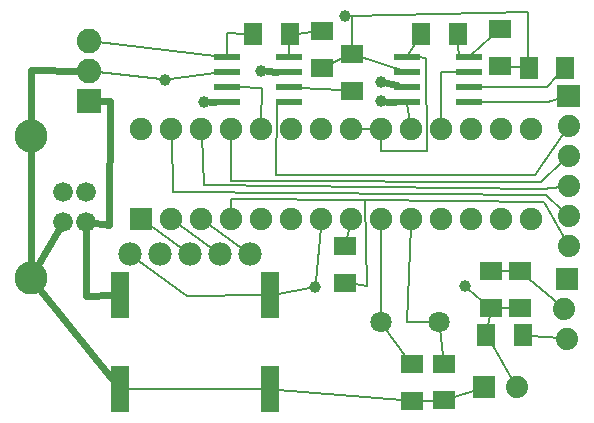
<source format=gtl>
G04 MADE WITH FRITZING*
G04 WWW.FRITZING.ORG*
G04 DOUBLE SIDED*
G04 HOLES PLATED*
G04 CONTOUR ON CENTER OF CONTOUR VECTOR*
%ASAXBY*%
%FSLAX23Y23*%
%MOIN*%
%OFA0B0*%
%SFA1.0B1.0*%
%ADD10C,0.039370*%
%ADD11C,0.075000*%
%ADD12C,0.070925*%
%ADD13C,0.070866*%
%ADD14C,0.082000*%
%ADD15C,0.078000*%
%ADD16C,0.074000*%
%ADD17C,0.066000*%
%ADD18C,0.110000*%
%ADD19R,0.075000X0.075000*%
%ADD20R,0.082000X0.082000*%
%ADD21R,0.087000X0.024000*%
%ADD22R,0.062992X0.157480*%
%ADD23R,0.074803X0.062992*%
%ADD24R,0.062992X0.074803*%
%ADD25C,0.008000*%
%ADD26C,0.024000*%
%ADD27C,0.022000*%
%ADD28R,0.001000X0.001000*%
%LNCOPPER1*%
G90*
G70*
G54D10*
X1035Y433D03*
X1534Y437D03*
X1254Y1116D03*
X664Y1050D03*
X1255Y1052D03*
X855Y1152D03*
X535Y1124D03*
X1134Y1336D03*
G54D11*
X455Y659D03*
X455Y959D03*
X555Y659D03*
X555Y959D03*
X655Y659D03*
X655Y959D03*
X755Y659D03*
X755Y959D03*
X855Y659D03*
X855Y959D03*
X955Y659D03*
X955Y959D03*
X1055Y659D03*
X1055Y959D03*
X1155Y659D03*
X1155Y959D03*
X1255Y659D03*
X1255Y959D03*
X1355Y659D03*
X1355Y959D03*
X1455Y659D03*
X1455Y959D03*
X1555Y659D03*
X1555Y959D03*
X1655Y659D03*
X1655Y959D03*
X1755Y659D03*
X1755Y959D03*
G54D12*
X1253Y318D03*
G54D13*
X1446Y318D03*
G54D14*
X282Y1052D03*
X282Y1152D03*
X282Y1252D03*
G54D15*
X418Y543D03*
X518Y543D03*
X618Y543D03*
X718Y543D03*
X818Y543D03*
G54D16*
X1880Y1070D03*
X1880Y970D03*
X1880Y870D03*
X1880Y770D03*
X1880Y670D03*
X1880Y570D03*
X1880Y1070D03*
X1880Y970D03*
X1880Y870D03*
X1880Y770D03*
X1880Y670D03*
X1880Y570D03*
X1875Y459D03*
X1865Y359D03*
X1875Y259D03*
X1875Y459D03*
X1865Y359D03*
X1875Y259D03*
X1598Y99D03*
X1708Y99D03*
X1598Y99D03*
X1708Y99D03*
G54D17*
X271Y651D03*
X271Y750D03*
X193Y750D03*
X193Y651D03*
G54D18*
X86Y463D03*
X86Y937D03*
G54D17*
X271Y651D03*
X271Y750D03*
X193Y750D03*
X193Y651D03*
G54D18*
X86Y463D03*
X86Y937D03*
G54D19*
X455Y659D03*
G54D20*
X282Y1052D03*
G54D21*
X740Y1200D03*
X740Y1150D03*
X740Y1100D03*
X740Y1050D03*
X946Y1050D03*
X946Y1100D03*
X946Y1150D03*
X946Y1200D03*
X1340Y1200D03*
X1340Y1150D03*
X1340Y1100D03*
X1340Y1050D03*
X1546Y1050D03*
X1546Y1100D03*
X1546Y1150D03*
X1546Y1200D03*
G54D22*
X383Y407D03*
X383Y92D03*
G54D23*
X1134Y447D03*
X1134Y569D03*
G54D22*
X883Y407D03*
X883Y92D03*
G54D23*
X1357Y175D03*
X1357Y53D03*
X1465Y177D03*
X1465Y55D03*
X1621Y362D03*
X1621Y485D03*
X1717Y485D03*
X1717Y363D03*
G54D24*
X1746Y1164D03*
X1868Y1164D03*
G54D23*
X1651Y1170D03*
X1651Y1292D03*
X1156Y1209D03*
X1156Y1087D03*
X1056Y1163D03*
X1056Y1285D03*
G54D24*
X1727Y274D03*
X1605Y274D03*
X1509Y1276D03*
X1387Y1276D03*
X949Y1275D03*
X827Y1275D03*
G54D25*
X1683Y1168D02*
X1720Y1166D01*
D02*
X1748Y459D02*
X1846Y376D01*
D02*
X1685Y485D02*
X1653Y485D01*
D02*
X1188Y1199D02*
X1320Y1156D01*
D02*
X1743Y1350D02*
X1148Y1337D01*
D02*
X1745Y1196D02*
X1743Y1350D01*
D02*
X1653Y363D02*
X1685Y363D01*
D02*
X1616Y337D02*
X1611Y306D01*
D02*
X1850Y262D02*
X1753Y271D01*
D02*
X1624Y242D02*
X1695Y121D01*
D02*
X1449Y297D02*
X1461Y203D01*
D02*
X1338Y201D02*
X1265Y301D01*
D02*
X1124Y1195D02*
X1087Y1178D01*
G54D26*
D02*
X272Y404D02*
X357Y406D01*
D02*
X271Y622D02*
X272Y404D01*
G54D25*
D02*
X598Y557D02*
X474Y646D01*
D02*
X698Y557D02*
X574Y646D01*
D02*
X798Y557D02*
X674Y646D01*
G54D26*
D02*
X114Y512D02*
X179Y626D01*
G54D25*
D02*
X1340Y316D02*
X1425Y318D01*
D02*
X1253Y340D02*
X1255Y636D01*
D02*
X1354Y636D02*
X1340Y316D01*
D02*
X438Y528D02*
X607Y404D01*
D02*
X607Y404D02*
X857Y407D01*
G54D26*
D02*
X349Y1054D02*
X346Y639D01*
D02*
X314Y1053D02*
X349Y1054D01*
D02*
X346Y639D02*
X300Y647D01*
G54D25*
D02*
X1786Y783D02*
X1861Y852D01*
D02*
X1794Y760D02*
X1855Y767D01*
D02*
X755Y936D02*
X755Y787D01*
D02*
X755Y787D02*
X1786Y783D01*
D02*
X656Y936D02*
X664Y772D01*
D02*
X664Y772D02*
X1794Y760D01*
D02*
X1805Y739D02*
X1861Y687D01*
D02*
X556Y936D02*
X560Y751D01*
D02*
X560Y751D02*
X1805Y739D01*
D02*
X1150Y637D02*
X1140Y595D01*
D02*
X1341Y1043D02*
X1351Y982D01*
D02*
X907Y1050D02*
X908Y1050D01*
D02*
X905Y806D02*
X907Y1050D01*
D02*
X1865Y948D02*
X1767Y806D01*
D02*
X1767Y806D02*
X905Y806D01*
D02*
X1855Y1063D02*
X1810Y1051D01*
D02*
X1810Y1051D02*
X1584Y1050D01*
D02*
X1584Y1100D02*
X1808Y1101D01*
D02*
X1808Y1101D02*
X1842Y1136D01*
D02*
X948Y1243D02*
X946Y1206D01*
D02*
X975Y1277D02*
X1024Y1282D01*
D02*
X1553Y1206D02*
X1621Y1266D01*
D02*
X1514Y1198D02*
X1546Y1200D01*
D02*
X1511Y1244D02*
X1514Y1198D01*
D02*
X1453Y1149D02*
X1508Y1149D01*
D02*
X1455Y982D02*
X1453Y1149D01*
D02*
X1255Y886D02*
X1407Y885D01*
D02*
X1407Y885D02*
X1405Y1198D01*
D02*
X1255Y936D02*
X1255Y886D01*
D02*
X1405Y1198D02*
X1378Y1199D01*
D02*
X1367Y1244D02*
X1344Y1206D01*
D02*
X855Y982D02*
X856Y1098D01*
D02*
X856Y1098D02*
X778Y1099D01*
D02*
X740Y1206D02*
X739Y1281D01*
D02*
X740Y1281D02*
X801Y1277D01*
D02*
X1178Y959D02*
X1232Y959D01*
D02*
X754Y726D02*
X755Y682D01*
D02*
X1200Y722D02*
X754Y726D01*
D02*
X1206Y435D02*
X1166Y442D01*
D02*
X1200Y722D02*
X1206Y435D01*
D02*
X1867Y592D02*
X1797Y715D01*
D02*
X1797Y715D02*
X1200Y722D01*
D02*
X1124Y1089D02*
X984Y1097D01*
G54D27*
D02*
X1273Y1112D02*
X1306Y1106D01*
G54D25*
D02*
X1544Y428D02*
X1591Y388D01*
G54D27*
D02*
X1274Y1051D02*
X1302Y1051D01*
D02*
X683Y1050D02*
X702Y1050D01*
G54D25*
D02*
X1156Y1335D02*
X1156Y1235D01*
G54D27*
D02*
X908Y1151D02*
X874Y1152D01*
G54D25*
D02*
X549Y1125D02*
X702Y1145D01*
D02*
X522Y1125D02*
X309Y1149D01*
D02*
X1148Y1336D02*
X1156Y1335D01*
D02*
X409Y92D02*
X857Y92D01*
G54D26*
D02*
X121Y419D02*
X357Y125D01*
D02*
X86Y881D02*
X86Y519D01*
G54D25*
D02*
X309Y1249D02*
X702Y1204D01*
G54D26*
D02*
X87Y1156D02*
X250Y1152D01*
D02*
X87Y993D02*
X87Y1156D01*
G54D25*
D02*
X1496Y65D02*
X1574Y91D01*
D02*
X1389Y54D02*
X1433Y54D01*
D02*
X909Y90D02*
X1325Y56D01*
D02*
X909Y411D02*
X1017Y430D01*
D02*
X1037Y452D02*
X1053Y631D01*
G54D28*
X1843Y1107D02*
X1915Y1107D01*
X1842Y1106D02*
X1915Y1106D01*
X1842Y1105D02*
X1915Y1105D01*
X1842Y1104D02*
X1915Y1104D01*
X1842Y1103D02*
X1915Y1103D01*
X1842Y1102D02*
X1915Y1102D01*
X1842Y1101D02*
X1915Y1101D01*
X1842Y1100D02*
X1915Y1100D01*
X1842Y1099D02*
X1915Y1099D01*
X1842Y1098D02*
X1915Y1098D01*
X1842Y1097D02*
X1915Y1097D01*
X1842Y1096D02*
X1915Y1096D01*
X1842Y1095D02*
X1915Y1095D01*
X1842Y1094D02*
X1915Y1094D01*
X1842Y1093D02*
X1915Y1093D01*
X1842Y1092D02*
X1915Y1092D01*
X1842Y1091D02*
X1915Y1091D01*
X1842Y1090D02*
X1875Y1090D01*
X1883Y1090D02*
X1915Y1090D01*
X1842Y1089D02*
X1871Y1089D01*
X1887Y1089D02*
X1915Y1089D01*
X1842Y1088D02*
X1869Y1088D01*
X1889Y1088D02*
X1915Y1088D01*
X1842Y1087D02*
X1867Y1087D01*
X1890Y1087D02*
X1915Y1087D01*
X1842Y1086D02*
X1866Y1086D01*
X1892Y1086D02*
X1915Y1086D01*
X1842Y1085D02*
X1865Y1085D01*
X1893Y1085D02*
X1915Y1085D01*
X1842Y1084D02*
X1864Y1084D01*
X1894Y1084D02*
X1915Y1084D01*
X1842Y1083D02*
X1863Y1083D01*
X1895Y1083D02*
X1915Y1083D01*
X1842Y1082D02*
X1862Y1082D01*
X1896Y1082D02*
X1915Y1082D01*
X1842Y1081D02*
X1862Y1081D01*
X1896Y1081D02*
X1915Y1081D01*
X1842Y1080D02*
X1861Y1080D01*
X1897Y1080D02*
X1915Y1080D01*
X1842Y1079D02*
X1860Y1079D01*
X1897Y1079D02*
X1915Y1079D01*
X1842Y1078D02*
X1860Y1078D01*
X1898Y1078D02*
X1915Y1078D01*
X1842Y1077D02*
X1860Y1077D01*
X1898Y1077D02*
X1915Y1077D01*
X1842Y1076D02*
X1859Y1076D01*
X1899Y1076D02*
X1915Y1076D01*
X1842Y1075D02*
X1859Y1075D01*
X1899Y1075D02*
X1915Y1075D01*
X1842Y1074D02*
X1859Y1074D01*
X1899Y1074D02*
X1915Y1074D01*
X1842Y1073D02*
X1859Y1073D01*
X1899Y1073D02*
X1915Y1073D01*
X1842Y1072D02*
X1859Y1072D01*
X1899Y1072D02*
X1915Y1072D01*
X1842Y1071D02*
X1858Y1071D01*
X1899Y1071D02*
X1915Y1071D01*
X1842Y1070D02*
X1858Y1070D01*
X1899Y1070D02*
X1915Y1070D01*
X1842Y1069D02*
X1858Y1069D01*
X1899Y1069D02*
X1915Y1069D01*
X1842Y1068D02*
X1859Y1068D01*
X1899Y1068D02*
X1915Y1068D01*
X1842Y1067D02*
X1859Y1067D01*
X1899Y1067D02*
X1915Y1067D01*
X1842Y1066D02*
X1859Y1066D01*
X1899Y1066D02*
X1915Y1066D01*
X1842Y1065D02*
X1859Y1065D01*
X1899Y1065D02*
X1915Y1065D01*
X1842Y1064D02*
X1859Y1064D01*
X1898Y1064D02*
X1915Y1064D01*
X1842Y1063D02*
X1860Y1063D01*
X1898Y1063D02*
X1915Y1063D01*
X1842Y1062D02*
X1860Y1062D01*
X1898Y1062D02*
X1915Y1062D01*
X1842Y1061D02*
X1861Y1061D01*
X1897Y1061D02*
X1915Y1061D01*
X1842Y1060D02*
X1861Y1060D01*
X1897Y1060D02*
X1915Y1060D01*
X1842Y1059D02*
X1862Y1059D01*
X1896Y1059D02*
X1915Y1059D01*
X1842Y1058D02*
X1863Y1058D01*
X1895Y1058D02*
X1915Y1058D01*
X1842Y1057D02*
X1864Y1057D01*
X1894Y1057D02*
X1915Y1057D01*
X1842Y1056D02*
X1865Y1056D01*
X1893Y1056D02*
X1915Y1056D01*
X1842Y1055D02*
X1866Y1055D01*
X1892Y1055D02*
X1915Y1055D01*
X1842Y1054D02*
X1867Y1054D01*
X1891Y1054D02*
X1915Y1054D01*
X1842Y1053D02*
X1869Y1053D01*
X1889Y1053D02*
X1915Y1053D01*
X1842Y1052D02*
X1870Y1052D01*
X1887Y1052D02*
X1915Y1052D01*
X1842Y1051D02*
X1873Y1051D01*
X1884Y1051D02*
X1915Y1051D01*
X1842Y1050D02*
X1915Y1050D01*
X1842Y1049D02*
X1915Y1049D01*
X1842Y1048D02*
X1915Y1048D01*
X1842Y1047D02*
X1915Y1047D01*
X1842Y1046D02*
X1915Y1046D01*
X1842Y1045D02*
X1915Y1045D01*
X1842Y1044D02*
X1915Y1044D01*
X1842Y1043D02*
X1915Y1043D01*
X1842Y1042D02*
X1915Y1042D01*
X1842Y1041D02*
X1915Y1041D01*
X1842Y1040D02*
X1915Y1040D01*
X1842Y1039D02*
X1915Y1039D01*
X1842Y1038D02*
X1915Y1038D01*
X1842Y1037D02*
X1915Y1037D01*
X1842Y1036D02*
X1915Y1036D01*
X1842Y1035D02*
X1915Y1035D01*
X1842Y1034D02*
X1915Y1034D01*
X1838Y497D02*
X1910Y497D01*
X1837Y496D02*
X1910Y496D01*
X1837Y495D02*
X1910Y495D01*
X1837Y494D02*
X1910Y494D01*
X1837Y493D02*
X1910Y493D01*
X1837Y492D02*
X1910Y492D01*
X1837Y491D02*
X1910Y491D01*
X1837Y490D02*
X1910Y490D01*
X1837Y489D02*
X1910Y489D01*
X1837Y488D02*
X1910Y488D01*
X1837Y487D02*
X1910Y487D01*
X1837Y486D02*
X1910Y486D01*
X1837Y485D02*
X1910Y485D01*
X1837Y484D02*
X1910Y484D01*
X1837Y483D02*
X1910Y483D01*
X1837Y482D02*
X1910Y482D01*
X1837Y481D02*
X1910Y481D01*
X1837Y480D02*
X1871Y480D01*
X1877Y480D02*
X1910Y480D01*
X1837Y479D02*
X1867Y479D01*
X1881Y479D02*
X1910Y479D01*
X1837Y478D02*
X1864Y478D01*
X1883Y478D02*
X1910Y478D01*
X1837Y477D02*
X1863Y477D01*
X1885Y477D02*
X1910Y477D01*
X1837Y476D02*
X1861Y476D01*
X1887Y476D02*
X1910Y476D01*
X1837Y475D02*
X1860Y475D01*
X1888Y475D02*
X1910Y475D01*
X1837Y474D02*
X1859Y474D01*
X1889Y474D02*
X1910Y474D01*
X1837Y473D02*
X1858Y473D01*
X1890Y473D02*
X1910Y473D01*
X1837Y472D02*
X1857Y472D01*
X1891Y472D02*
X1910Y472D01*
X1837Y471D02*
X1857Y471D01*
X1891Y471D02*
X1910Y471D01*
X1837Y470D02*
X1856Y470D01*
X1892Y470D02*
X1910Y470D01*
X1837Y469D02*
X1856Y469D01*
X1892Y469D02*
X1910Y469D01*
X1837Y468D02*
X1855Y468D01*
X1893Y468D02*
X1910Y468D01*
X1837Y467D02*
X1855Y467D01*
X1893Y467D02*
X1910Y467D01*
X1837Y466D02*
X1854Y466D01*
X1894Y466D02*
X1910Y466D01*
X1837Y465D02*
X1854Y465D01*
X1894Y465D02*
X1910Y465D01*
X1837Y464D02*
X1854Y464D01*
X1894Y464D02*
X1910Y464D01*
X1837Y463D02*
X1854Y463D01*
X1894Y463D02*
X1910Y463D01*
X1837Y462D02*
X1854Y462D01*
X1894Y462D02*
X1910Y462D01*
X1837Y461D02*
X1853Y461D01*
X1894Y461D02*
X1910Y461D01*
X1837Y460D02*
X1853Y460D01*
X1894Y460D02*
X1910Y460D01*
X1837Y459D02*
X1853Y459D01*
X1894Y459D02*
X1910Y459D01*
X1837Y458D02*
X1854Y458D01*
X1894Y458D02*
X1910Y458D01*
X1837Y457D02*
X1854Y457D01*
X1894Y457D02*
X1910Y457D01*
X1837Y456D02*
X1854Y456D01*
X1894Y456D02*
X1910Y456D01*
X1837Y455D02*
X1854Y455D01*
X1894Y455D02*
X1910Y455D01*
X1837Y454D02*
X1854Y454D01*
X1893Y454D02*
X1910Y454D01*
X1837Y453D02*
X1855Y453D01*
X1893Y453D02*
X1910Y453D01*
X1837Y452D02*
X1855Y452D01*
X1893Y452D02*
X1910Y452D01*
X1837Y451D02*
X1856Y451D01*
X1892Y451D02*
X1910Y451D01*
X1837Y450D02*
X1856Y450D01*
X1892Y450D02*
X1910Y450D01*
X1837Y449D02*
X1857Y449D01*
X1891Y449D02*
X1910Y449D01*
X1837Y448D02*
X1858Y448D01*
X1890Y448D02*
X1910Y448D01*
X1837Y447D02*
X1858Y447D01*
X1889Y447D02*
X1910Y447D01*
X1837Y446D02*
X1859Y446D01*
X1889Y446D02*
X1910Y446D01*
X1837Y445D02*
X1860Y445D01*
X1887Y445D02*
X1910Y445D01*
X1837Y444D02*
X1862Y444D01*
X1886Y444D02*
X1910Y444D01*
X1837Y443D02*
X1863Y443D01*
X1885Y443D02*
X1910Y443D01*
X1837Y442D02*
X1865Y442D01*
X1883Y442D02*
X1910Y442D01*
X1837Y441D02*
X1868Y441D01*
X1880Y441D02*
X1910Y441D01*
X1837Y440D02*
X1910Y440D01*
X1837Y439D02*
X1910Y439D01*
X1837Y438D02*
X1910Y438D01*
X1837Y437D02*
X1910Y437D01*
X1837Y436D02*
X1910Y436D01*
X1837Y435D02*
X1910Y435D01*
X1837Y434D02*
X1910Y434D01*
X1837Y433D02*
X1910Y433D01*
X1837Y432D02*
X1910Y432D01*
X1837Y431D02*
X1910Y431D01*
X1837Y430D02*
X1910Y430D01*
X1837Y429D02*
X1910Y429D01*
X1837Y428D02*
X1910Y428D01*
X1837Y427D02*
X1910Y427D01*
X1837Y426D02*
X1910Y426D01*
X1837Y425D02*
X1910Y425D01*
X1837Y424D02*
X1910Y424D01*
X1561Y136D02*
X1634Y136D01*
X1561Y135D02*
X1634Y135D01*
X1561Y134D02*
X1634Y134D01*
X1561Y133D02*
X1634Y133D01*
X1561Y132D02*
X1634Y132D01*
X1561Y131D02*
X1634Y131D01*
X1561Y130D02*
X1634Y130D01*
X1561Y129D02*
X1634Y129D01*
X1561Y128D02*
X1634Y128D01*
X1561Y127D02*
X1634Y127D01*
X1561Y126D02*
X1634Y126D01*
X1561Y125D02*
X1634Y125D01*
X1561Y124D02*
X1634Y124D01*
X1561Y123D02*
X1634Y123D01*
X1561Y122D02*
X1634Y122D01*
X1561Y121D02*
X1634Y121D01*
X1561Y120D02*
X1634Y120D01*
X1561Y119D02*
X1590Y119D01*
X1604Y119D02*
X1634Y119D01*
X1561Y118D02*
X1588Y118D01*
X1606Y118D02*
X1634Y118D01*
X1561Y117D02*
X1586Y117D01*
X1608Y117D02*
X1634Y117D01*
X1561Y116D02*
X1585Y116D01*
X1609Y116D02*
X1634Y116D01*
X1561Y115D02*
X1583Y115D01*
X1611Y115D02*
X1634Y115D01*
X1561Y114D02*
X1582Y114D01*
X1612Y114D02*
X1634Y114D01*
X1561Y113D02*
X1581Y113D01*
X1613Y113D02*
X1634Y113D01*
X1561Y112D02*
X1581Y112D01*
X1613Y112D02*
X1634Y112D01*
X1561Y111D02*
X1580Y111D01*
X1614Y111D02*
X1634Y111D01*
X1561Y110D02*
X1579Y110D01*
X1615Y110D02*
X1634Y110D01*
X1561Y109D02*
X1579Y109D01*
X1615Y109D02*
X1634Y109D01*
X1561Y108D02*
X1578Y108D01*
X1616Y108D02*
X1634Y108D01*
X1561Y107D02*
X1578Y107D01*
X1616Y107D02*
X1634Y107D01*
X1561Y106D02*
X1577Y106D01*
X1617Y106D02*
X1634Y106D01*
X1561Y105D02*
X1577Y105D01*
X1617Y105D02*
X1634Y105D01*
X1561Y104D02*
X1577Y104D01*
X1617Y104D02*
X1634Y104D01*
X1561Y103D02*
X1577Y103D01*
X1617Y103D02*
X1634Y103D01*
X1561Y102D02*
X1577Y102D01*
X1617Y102D02*
X1634Y102D01*
X1561Y101D02*
X1577Y101D01*
X1617Y101D02*
X1634Y101D01*
X1561Y100D02*
X1577Y100D01*
X1617Y100D02*
X1634Y100D01*
X1561Y99D02*
X1577Y99D01*
X1617Y99D02*
X1634Y99D01*
X1561Y98D02*
X1577Y98D01*
X1617Y98D02*
X1634Y98D01*
X1561Y97D02*
X1577Y97D01*
X1617Y97D02*
X1634Y97D01*
X1561Y96D02*
X1577Y96D01*
X1617Y96D02*
X1634Y96D01*
X1561Y95D02*
X1577Y95D01*
X1617Y95D02*
X1634Y95D01*
X1561Y94D02*
X1577Y94D01*
X1617Y94D02*
X1634Y94D01*
X1561Y93D02*
X1578Y93D01*
X1616Y93D02*
X1634Y93D01*
X1561Y92D02*
X1578Y92D01*
X1616Y92D02*
X1634Y92D01*
X1561Y91D02*
X1579Y91D01*
X1615Y91D02*
X1634Y91D01*
X1561Y90D02*
X1579Y90D01*
X1615Y90D02*
X1634Y90D01*
X1561Y89D02*
X1580Y89D01*
X1614Y89D02*
X1634Y89D01*
X1561Y88D02*
X1580Y88D01*
X1614Y88D02*
X1634Y88D01*
X1561Y87D02*
X1581Y87D01*
X1613Y87D02*
X1634Y87D01*
X1561Y86D02*
X1582Y86D01*
X1612Y86D02*
X1634Y86D01*
X1561Y85D02*
X1583Y85D01*
X1611Y85D02*
X1634Y85D01*
X1561Y84D02*
X1584Y84D01*
X1610Y84D02*
X1634Y84D01*
X1561Y83D02*
X1586Y83D01*
X1608Y83D02*
X1634Y83D01*
X1561Y82D02*
X1588Y82D01*
X1606Y82D02*
X1634Y82D01*
X1561Y81D02*
X1590Y81D01*
X1604Y81D02*
X1634Y81D01*
X1561Y80D02*
X1596Y80D01*
X1598Y80D02*
X1634Y80D01*
X1561Y79D02*
X1634Y79D01*
X1561Y78D02*
X1634Y78D01*
X1561Y77D02*
X1634Y77D01*
X1561Y76D02*
X1634Y76D01*
X1561Y75D02*
X1634Y75D01*
X1561Y74D02*
X1634Y74D01*
X1561Y73D02*
X1634Y73D01*
X1561Y72D02*
X1634Y72D01*
X1561Y71D02*
X1634Y71D01*
X1561Y70D02*
X1634Y70D01*
X1561Y69D02*
X1634Y69D01*
X1561Y68D02*
X1634Y68D01*
X1561Y67D02*
X1634Y67D01*
X1561Y66D02*
X1634Y66D01*
X1561Y65D02*
X1634Y65D01*
X1561Y64D02*
X1634Y64D01*
X1561Y63D02*
X1633Y63D01*
D02*
G04 End of Copper1*
M02*
</source>
